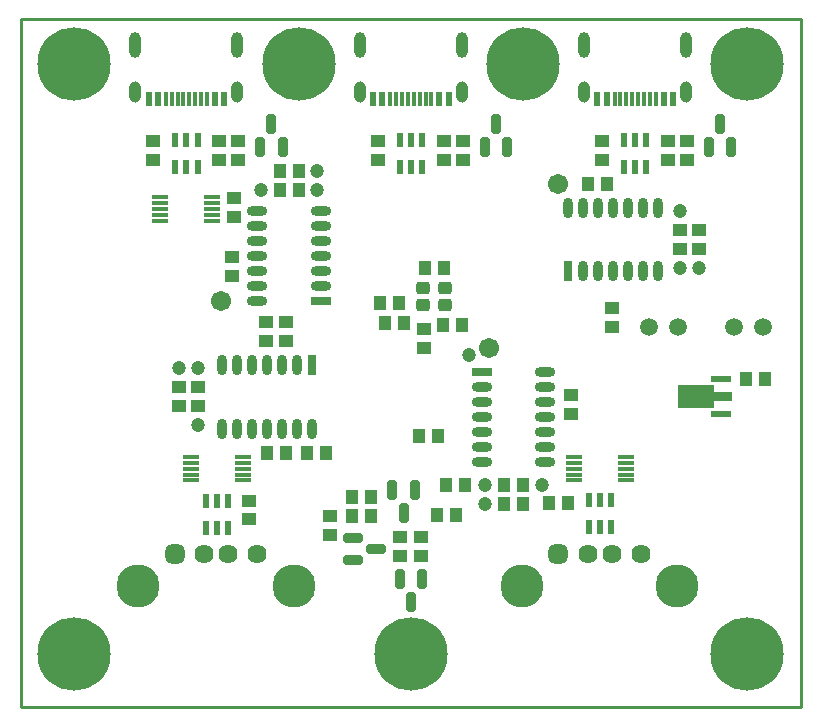
<source format=gts>
G04*
G04 #@! TF.GenerationSoftware,Altium Limited,Altium Designer,20.0.13 (296)*
G04*
G04 Layer_Color=8388736*
%FSLAX24Y24*%
%MOIN*%
G70*
G01*
G75*
%ADD10C,0.0098*%
%ADD17R,0.0236X0.0472*%
%ADD18R,0.0118X0.0453*%
%ADD19R,0.0236X0.0453*%
%ADD21C,0.0685*%
%ADD22R,0.0681X0.0228*%
%ADD27R,0.0551X0.0118*%
%ADD30R,0.0474X0.0434*%
G04:AMPARAMS|DCode=31|XSize=31.6mil|YSize=65.1mil|CornerRadius=0mil|HoleSize=0mil|Usage=FLASHONLY|Rotation=180.000|XOffset=0mil|YOffset=0mil|HoleType=Round|Shape=Octagon|*
%AMOCTAGOND31*
4,1,8,0.0079,-0.0325,-0.0079,-0.0325,-0.0158,-0.0246,-0.0158,0.0246,-0.0079,0.0325,0.0079,0.0325,0.0158,0.0246,0.0158,-0.0246,0.0079,-0.0325,0.0*
%
%ADD31OCTAGOND31*%

%ADD32R,0.0434X0.0474*%
G04:AMPARAMS|DCode=33|XSize=39.5mil|YSize=43.4mil|CornerRadius=7.2mil|HoleSize=0mil|Usage=FLASHONLY|Rotation=90.000|XOffset=0mil|YOffset=0mil|HoleType=Round|Shape=RoundedRectangle|*
%AMROUNDEDRECTD33*
21,1,0.0395,0.0291,0,0,90.0*
21,1,0.0252,0.0434,0,0,90.0*
1,1,0.0143,0.0146,0.0126*
1,1,0.0143,0.0146,-0.0126*
1,1,0.0143,-0.0146,-0.0126*
1,1,0.0143,-0.0146,0.0126*
%
%ADD33ROUNDEDRECTD33*%
%ADD34R,0.0316X0.0690*%
%ADD35O,0.0316X0.0690*%
%ADD36R,0.0690X0.0316*%
%ADD37O,0.0690X0.0316*%
%ADD38C,0.0474*%
G04:AMPARAMS|DCode=39|XSize=31.6mil|YSize=65.1mil|CornerRadius=0mil|HoleSize=0mil|Usage=FLASHONLY|Rotation=90.000|XOffset=0mil|YOffset=0mil|HoleType=Round|Shape=Octagon|*
%AMOCTAGOND39*
4,1,8,-0.0325,-0.0079,-0.0325,0.0079,-0.0246,0.0158,0.0246,0.0158,0.0325,0.0079,0.0325,-0.0079,0.0246,-0.0158,-0.0246,-0.0158,-0.0325,-0.0079,0.0*
%
%ADD39OCTAGOND39*%

%ADD40C,0.0671*%
%ADD41C,0.2442*%
G04:AMPARAMS|DCode=42|XSize=39.4mil|YSize=70.9mil|CornerRadius=19.7mil|HoleSize=0mil|Usage=FLASHONLY|Rotation=180.000|XOffset=0mil|YOffset=0mil|HoleType=Round|Shape=RoundedRectangle|*
%AMROUNDEDRECTD42*
21,1,0.0394,0.0315,0,0,180.0*
21,1,0.0000,0.0709,0,0,180.0*
1,1,0.0394,0.0000,0.0157*
1,1,0.0394,0.0000,0.0157*
1,1,0.0394,0.0000,-0.0157*
1,1,0.0394,0.0000,-0.0157*
%
%ADD42ROUNDEDRECTD42*%
G04:AMPARAMS|DCode=43|XSize=39.4mil|YSize=86.6mil|CornerRadius=19.7mil|HoleSize=0mil|Usage=FLASHONLY|Rotation=180.000|XOffset=0mil|YOffset=0mil|HoleType=Round|Shape=RoundedRectangle|*
%AMROUNDEDRECTD43*
21,1,0.0394,0.0472,0,0,180.0*
21,1,0.0000,0.0866,0,0,180.0*
1,1,0.0394,0.0000,0.0236*
1,1,0.0394,0.0000,0.0236*
1,1,0.0394,0.0000,-0.0236*
1,1,0.0394,0.0000,-0.0236*
%
%ADD43ROUNDEDRECTD43*%
%ADD44C,0.0639*%
G04:AMPARAMS|DCode=45|XSize=63.9mil|YSize=63.9mil|CornerRadius=18mil|HoleSize=0mil|Usage=FLASHONLY|Rotation=0.000|XOffset=0mil|YOffset=0mil|HoleType=Round|Shape=RoundedRectangle|*
%AMROUNDEDRECTD45*
21,1,0.0639,0.0280,0,0,0.0*
21,1,0.0280,0.0639,0,0,0.0*
1,1,0.0360,0.0140,-0.0140*
1,1,0.0360,-0.0140,-0.0140*
1,1,0.0360,-0.0140,0.0140*
1,1,0.0360,0.0140,0.0140*
%
%ADD45ROUNDEDRECTD45*%
%ADD46C,0.1438*%
%ADD47C,0.0592*%
G36*
X23096Y10504D02*
X23687D01*
Y10205D01*
X23096D01*
Y9974D01*
X21904D01*
Y10735D01*
X23096D01*
Y10504D01*
D02*
G37*
D10*
X0Y22953D02*
X25984D01*
X25984D02*
X25984Y0D01*
X-0Y22953D02*
X0Y0D01*
X25984D01*
D17*
X20846Y18012D02*
D03*
X20472D02*
D03*
X20098D02*
D03*
Y18917D02*
D03*
X20472D02*
D03*
X20846D02*
D03*
X13366Y18012D02*
D03*
X12992D02*
D03*
X12618D02*
D03*
Y18917D02*
D03*
X12992D02*
D03*
X13366D02*
D03*
X5886Y18012D02*
D03*
X5512D02*
D03*
X5138D02*
D03*
Y18917D02*
D03*
X5512D02*
D03*
X5886D02*
D03*
X6161Y6870D02*
D03*
X6535D02*
D03*
X6909D02*
D03*
Y5965D02*
D03*
X6535D02*
D03*
X6161D02*
D03*
X18917Y6909D02*
D03*
X19291D02*
D03*
X19665D02*
D03*
Y6004D02*
D03*
X19291D02*
D03*
X18917D02*
D03*
D18*
X21161Y20266D02*
D03*
X20965D02*
D03*
X20768D02*
D03*
X20571D02*
D03*
X20374D02*
D03*
X20177D02*
D03*
X19980D02*
D03*
X19783D02*
D03*
X13681D02*
D03*
X13484D02*
D03*
X13287D02*
D03*
X13091D02*
D03*
X12894D02*
D03*
X12697D02*
D03*
X12500D02*
D03*
X12303D02*
D03*
X6201D02*
D03*
X6004D02*
D03*
X5807D02*
D03*
X5610D02*
D03*
X5413D02*
D03*
X5217D02*
D03*
X5020D02*
D03*
X4823D02*
D03*
D19*
X19528D02*
D03*
X21417D02*
D03*
X21732D02*
D03*
X19213D02*
D03*
X12047D02*
D03*
X13937D02*
D03*
X14252D02*
D03*
X11732D02*
D03*
X4567D02*
D03*
X6457D02*
D03*
X6772D02*
D03*
X4252D02*
D03*
D21*
X22645Y10354D02*
D03*
D22*
X23346Y10945D02*
D03*
Y9764D02*
D03*
D27*
X4646Y16220D02*
D03*
Y16417D02*
D03*
Y16614D02*
D03*
Y16811D02*
D03*
Y17008D02*
D03*
X6378D02*
D03*
Y16811D02*
D03*
Y16614D02*
D03*
Y16417D02*
D03*
Y16220D02*
D03*
X20157Y8346D02*
D03*
Y8150D02*
D03*
Y7953D02*
D03*
Y7756D02*
D03*
Y7559D02*
D03*
X18425D02*
D03*
Y7756D02*
D03*
Y7953D02*
D03*
Y8150D02*
D03*
Y8346D02*
D03*
X5669Y7559D02*
D03*
Y7756D02*
D03*
Y7953D02*
D03*
Y8150D02*
D03*
Y8346D02*
D03*
X7402D02*
D03*
Y8150D02*
D03*
Y7953D02*
D03*
Y7756D02*
D03*
Y7559D02*
D03*
D30*
X22205Y18228D02*
D03*
Y18858D02*
D03*
X13425Y11969D02*
D03*
Y12598D02*
D03*
X8819Y12205D02*
D03*
Y12835D02*
D03*
X8150Y12205D02*
D03*
Y12835D02*
D03*
X7244Y18228D02*
D03*
Y18858D02*
D03*
X21575Y18228D02*
D03*
Y18858D02*
D03*
X14094Y18228D02*
D03*
Y18858D02*
D03*
X6614Y18228D02*
D03*
Y18858D02*
D03*
X14724Y18228D02*
D03*
Y18858D02*
D03*
X19370Y18228D02*
D03*
Y18858D02*
D03*
X11890Y18228D02*
D03*
Y18858D02*
D03*
X4409Y18228D02*
D03*
Y18858D02*
D03*
X19685Y13307D02*
D03*
Y12677D02*
D03*
X7087Y16339D02*
D03*
Y16968D02*
D03*
X22598Y15906D02*
D03*
Y15276D02*
D03*
X7047Y14370D02*
D03*
Y15000D02*
D03*
X21969Y15906D02*
D03*
Y15276D02*
D03*
X7598Y6890D02*
D03*
Y6260D02*
D03*
X18346Y10394D02*
D03*
Y9764D02*
D03*
X5276Y10039D02*
D03*
Y10669D02*
D03*
X5906Y10039D02*
D03*
Y10669D02*
D03*
X12638Y5039D02*
D03*
Y5669D02*
D03*
X13346Y5039D02*
D03*
Y5669D02*
D03*
X10315Y5748D02*
D03*
Y6378D02*
D03*
D31*
X22933Y18671D02*
D03*
X23681D02*
D03*
X23307Y19439D02*
D03*
X13366Y4281D02*
D03*
X12618D02*
D03*
X12992Y3514D02*
D03*
X15453Y18671D02*
D03*
X16201D02*
D03*
X15827Y19439D02*
D03*
X7972Y18671D02*
D03*
X8720D02*
D03*
X8346Y19439D02*
D03*
X13130Y7234D02*
D03*
X12382D02*
D03*
X12756Y6467D02*
D03*
D32*
X14685Y12756D02*
D03*
X14055D02*
D03*
X11969Y13465D02*
D03*
X12598D02*
D03*
X12126Y12795D02*
D03*
X12756D02*
D03*
X14803Y7402D02*
D03*
X14173D02*
D03*
X10157Y8465D02*
D03*
X9528D02*
D03*
X13268Y9055D02*
D03*
X13898D02*
D03*
X13465Y14646D02*
D03*
X14094D02*
D03*
X24803Y10945D02*
D03*
X24173D02*
D03*
X18898Y17441D02*
D03*
X19528D02*
D03*
X8622Y17874D02*
D03*
X9252D02*
D03*
X8622Y17244D02*
D03*
X9252D02*
D03*
X17598Y6811D02*
D03*
X18228D02*
D03*
X16732Y6772D02*
D03*
X16102D02*
D03*
X8819Y8465D02*
D03*
X8189D02*
D03*
X16732Y7402D02*
D03*
X16102D02*
D03*
X13858Y6417D02*
D03*
X14488D02*
D03*
X11024Y6378D02*
D03*
X11654D02*
D03*
X11024Y7008D02*
D03*
X11654D02*
D03*
D33*
X14144Y13415D02*
D03*
X13415D02*
D03*
Y13986D02*
D03*
X14144D02*
D03*
D34*
X18224Y14528D02*
D03*
X9689Y11417D02*
D03*
D35*
X18724Y14528D02*
D03*
X19224D02*
D03*
X19724D02*
D03*
X20224D02*
D03*
X20724D02*
D03*
X21224D02*
D03*
X18224Y16654D02*
D03*
X18724D02*
D03*
X19224D02*
D03*
X19724D02*
D03*
X20224D02*
D03*
X20724D02*
D03*
X21224D02*
D03*
X9189Y11417D02*
D03*
X8689D02*
D03*
X8189D02*
D03*
X7689D02*
D03*
X7189D02*
D03*
X6689D02*
D03*
X9689Y9291D02*
D03*
X9189D02*
D03*
X8689D02*
D03*
X8189D02*
D03*
X7689D02*
D03*
X7189D02*
D03*
X6689D02*
D03*
D36*
X10000Y13539D02*
D03*
X15354Y11185D02*
D03*
D37*
X10000Y14039D02*
D03*
Y14539D02*
D03*
Y15039D02*
D03*
Y15539D02*
D03*
Y16039D02*
D03*
Y16539D02*
D03*
X7874Y13539D02*
D03*
Y14039D02*
D03*
Y14539D02*
D03*
Y15039D02*
D03*
Y15539D02*
D03*
Y16039D02*
D03*
Y16539D02*
D03*
X15354Y10685D02*
D03*
Y10185D02*
D03*
Y9685D02*
D03*
Y9185D02*
D03*
Y8685D02*
D03*
Y8185D02*
D03*
X17480Y11185D02*
D03*
Y10685D02*
D03*
Y10185D02*
D03*
Y9685D02*
D03*
Y9185D02*
D03*
Y8685D02*
D03*
Y8185D02*
D03*
D38*
X21969Y16535D02*
D03*
X7992Y17244D02*
D03*
X21969Y14646D02*
D03*
X9882Y17244D02*
D03*
X22598Y14646D02*
D03*
X9882Y17874D02*
D03*
X14921Y11732D02*
D03*
X17362Y7402D02*
D03*
X5906Y9409D02*
D03*
X15472Y7402D02*
D03*
X5906Y11299D02*
D03*
X15472Y6772D02*
D03*
X5276Y11299D02*
D03*
D39*
X11073Y5650D02*
D03*
Y4902D02*
D03*
X11841Y5276D02*
D03*
D40*
X15591Y11968D02*
D03*
X17913Y17441D02*
D03*
X6654Y13543D02*
D03*
D41*
X12992Y1772D02*
D03*
X24213D02*
D03*
X1772D02*
D03*
X24213Y21457D02*
D03*
X16732D02*
D03*
X9252D02*
D03*
X1772D02*
D03*
D42*
X18772Y20492D02*
D03*
X22173D02*
D03*
X11291D02*
D03*
X14693D02*
D03*
X3811D02*
D03*
X7213D02*
D03*
D43*
X18772Y22067D02*
D03*
X22173D02*
D03*
X11291D02*
D03*
X14693D02*
D03*
X3811D02*
D03*
X7213D02*
D03*
D44*
X19685Y5114D02*
D03*
X18898D02*
D03*
X20669D02*
D03*
X6890D02*
D03*
X6102D02*
D03*
X7874D02*
D03*
D45*
X17913D02*
D03*
X5118D02*
D03*
D46*
X16705Y4047D02*
D03*
X21878D02*
D03*
X3909D02*
D03*
X9083D02*
D03*
D47*
X20925Y12677D02*
D03*
X21909D02*
D03*
X24744D02*
D03*
X23760D02*
D03*
M02*

</source>
